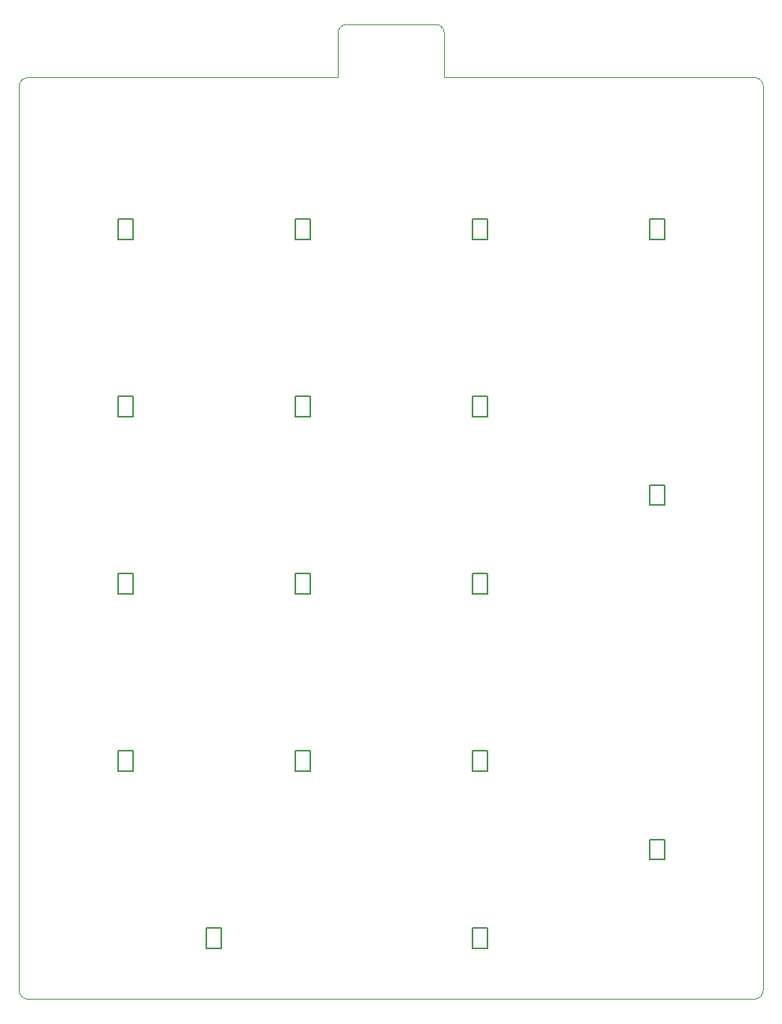
<source format=gm1>
G04 #@! TF.GenerationSoftware,KiCad,Pcbnew,(6.0.0)*
G04 #@! TF.CreationDate,2022-02-11T16:11:41+09:00*
G04 #@! TF.ProjectId,SkeletonNumPad,536b656c-6574-46f6-9e4e-756d5061642e,rev?*
G04 #@! TF.SameCoordinates,Original*
G04 #@! TF.FileFunction,Profile,NP*
%FSLAX46Y46*%
G04 Gerber Fmt 4.6, Leading zero omitted, Abs format (unit mm)*
G04 Created by KiCad (PCBNEW (6.0.0)) date 2022-02-11 16:11:41*
%MOMM*%
%LPD*%
G01*
G04 APERTURE LIST*
G04 #@! TA.AperFunction,Profile*
%ADD10C,0.100000*%
G04 #@! TD*
G04 #@! TA.AperFunction,Profile*
%ADD11C,0.150000*%
G04 #@! TD*
G04 APERTURE END LIST*
D10*
X127635000Y-31432500D02*
X127635000Y-36195000D01*
X138112500Y-30480000D02*
X128587500Y-30480000D01*
X127635000Y-36195000D02*
X94297500Y-36195000D01*
X172402500Y-36195000D02*
X139065000Y-36195000D01*
X173355000Y-37147500D02*
G75*
G03*
X172402500Y-36195000I-952501J-1D01*
G01*
X128587500Y-30480000D02*
G75*
G03*
X127635000Y-31432500I1J-952501D01*
G01*
X94297500Y-135255000D02*
X172402500Y-135255000D01*
X173355000Y-134302500D02*
X173355000Y-37147500D01*
X172402500Y-135255000D02*
G75*
G03*
X173355000Y-134302500I-1J952501D01*
G01*
X94297500Y-36195000D02*
G75*
G03*
X93345000Y-37147500I1J-952501D01*
G01*
X139065000Y-36195000D02*
X139065000Y-31432500D01*
X93345000Y-37147500D02*
X93345000Y-134302500D01*
X93345000Y-134302500D02*
G75*
G03*
X94297500Y-135255000I952501J1D01*
G01*
X139065000Y-31432500D02*
G75*
G03*
X138112500Y-30480000I-952501J-1D01*
G01*
D11*
X105562400Y-72616800D02*
X103987600Y-72616800D01*
X105562400Y-70483200D02*
X105562400Y-72616800D01*
X103987600Y-70483200D02*
X105562400Y-70483200D01*
X103987600Y-72616800D02*
X103987600Y-70483200D01*
X113512600Y-127633200D02*
X115087400Y-127633200D01*
X115087400Y-127633200D02*
X115087400Y-129766800D01*
X115087400Y-129766800D02*
X113512600Y-129766800D01*
X113512600Y-129766800D02*
X113512600Y-127633200D01*
X143662400Y-129766800D02*
X142087600Y-129766800D01*
X142087600Y-129766800D02*
X142087600Y-127633200D01*
X143662400Y-127633200D02*
X143662400Y-129766800D01*
X142087600Y-127633200D02*
X143662400Y-127633200D01*
X142087600Y-91666800D02*
X142087600Y-89533200D01*
X142087600Y-89533200D02*
X143662400Y-89533200D01*
X143662400Y-89533200D02*
X143662400Y-91666800D01*
X143662400Y-91666800D02*
X142087600Y-91666800D01*
X103987600Y-53566800D02*
X103987600Y-51433200D01*
X105562400Y-51433200D02*
X105562400Y-53566800D01*
X105562400Y-53566800D02*
X103987600Y-53566800D01*
X103987600Y-51433200D02*
X105562400Y-51433200D01*
X142087600Y-51433200D02*
X143662400Y-51433200D01*
X143662400Y-53566800D02*
X142087600Y-53566800D01*
X143662400Y-51433200D02*
X143662400Y-53566800D01*
X142087600Y-53566800D02*
X142087600Y-51433200D01*
X161137600Y-53566800D02*
X161137600Y-51433200D01*
X162712400Y-51433200D02*
X162712400Y-53566800D01*
X162712400Y-53566800D02*
X161137600Y-53566800D01*
X161137600Y-51433200D02*
X162712400Y-51433200D01*
X162712400Y-120241800D02*
X161137600Y-120241800D01*
X161137600Y-118108200D02*
X162712400Y-118108200D01*
X161137600Y-120241800D02*
X161137600Y-118108200D01*
X162712400Y-118108200D02*
X162712400Y-120241800D01*
X142087600Y-108583200D02*
X143662400Y-108583200D01*
X143662400Y-110716800D02*
X142087600Y-110716800D01*
X142087600Y-110716800D02*
X142087600Y-108583200D01*
X143662400Y-108583200D02*
X143662400Y-110716800D01*
X103987600Y-91666800D02*
X103987600Y-89533200D01*
X105562400Y-89533200D02*
X105562400Y-91666800D01*
X105562400Y-91666800D02*
X103987600Y-91666800D01*
X103987600Y-89533200D02*
X105562400Y-89533200D01*
X124612400Y-110716800D02*
X123037600Y-110716800D01*
X123037600Y-108583200D02*
X124612400Y-108583200D01*
X123037600Y-110716800D02*
X123037600Y-108583200D01*
X124612400Y-108583200D02*
X124612400Y-110716800D01*
X161137600Y-80008200D02*
X162712400Y-80008200D01*
X161137600Y-82141800D02*
X161137600Y-80008200D01*
X162712400Y-82141800D02*
X161137600Y-82141800D01*
X162712400Y-80008200D02*
X162712400Y-82141800D01*
X123037600Y-51433200D02*
X124612400Y-51433200D01*
X124612400Y-51433200D02*
X124612400Y-53566800D01*
X124612400Y-53566800D02*
X123037600Y-53566800D01*
X123037600Y-53566800D02*
X123037600Y-51433200D01*
X124612400Y-72616800D02*
X123037600Y-72616800D01*
X123037600Y-72616800D02*
X123037600Y-70483200D01*
X124612400Y-70483200D02*
X124612400Y-72616800D01*
X123037600Y-70483200D02*
X124612400Y-70483200D01*
X105562400Y-108583200D02*
X105562400Y-110716800D01*
X103987600Y-108583200D02*
X105562400Y-108583200D01*
X105562400Y-110716800D02*
X103987600Y-110716800D01*
X103987600Y-110716800D02*
X103987600Y-108583200D01*
X123037600Y-91666800D02*
X123037600Y-89533200D01*
X124612400Y-91666800D02*
X123037600Y-91666800D01*
X124612400Y-89533200D02*
X124612400Y-91666800D01*
X123037600Y-89533200D02*
X124612400Y-89533200D01*
X142087600Y-72616800D02*
X142087600Y-70483200D01*
X143662400Y-72616800D02*
X142087600Y-72616800D01*
X143662400Y-70483200D02*
X143662400Y-72616800D01*
X142087600Y-70483200D02*
X143662400Y-70483200D01*
M02*

</source>
